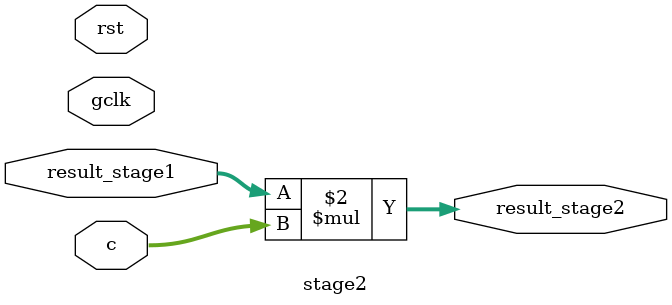
<source format=v>
module hw2_clock_gate(
    input  [7:0] a, b, c,
    input  s, clk, rst, 
    output reg [15:0] d 
);
    wire [8:0] result_stage1;
    wire gclk = clk && c; 
    stage1 s1 (a, b, s, clk, rst, result_stage1);

    reg [8:0] result_stage1_reg;
    reg [7:0] c_stage1_reg, check_c;
    always @ (posedge gclk or posedge rst) begin
        if (rst) begin
            result_stage1_reg <= 0;
            c_stage1_reg <= 0;
        end else begin
            result_stage1_reg <= result_stage1;
            c_stage1_reg <= c;
        end
    end

    always @ (posedge clk or posedge rst) begin
        if (rst) begin
            check_c <= 0;
        end else begin
            check_c <= c;
        end
    end

    wire [15:0] result_stage2;
    wire [8:0] tmp_c = {1'b0, c_stage1_reg};
    stage2 s2 (result_stage1_reg, tmp_c, gclk, rst, result_stage2);

    always @ (posedge clk or posedge rst) begin
        if (rst) begin
            d <= 0;
        end else begin
            d <= (check_c) ? result_stage2 : 0;
        end
    end

endmodule

module stage1 (
    input  [7:0] a, b,
    input  s, clk, rst,
    output reg [8:0] result
);
    always @ (*) begin
        if (s) begin
            result = a + b;
        end else begin
            result = a - b;
        end
    end

endmodule

module stage2 (
    input  [8:0] result_stage1,
    input  [8:0] c, 
    input  gclk, rst, 
    output reg [15:0] result_stage2
);
    always @ (*) begin
        result_stage2 = result_stage1 * c;
    end

endmodule
</source>
